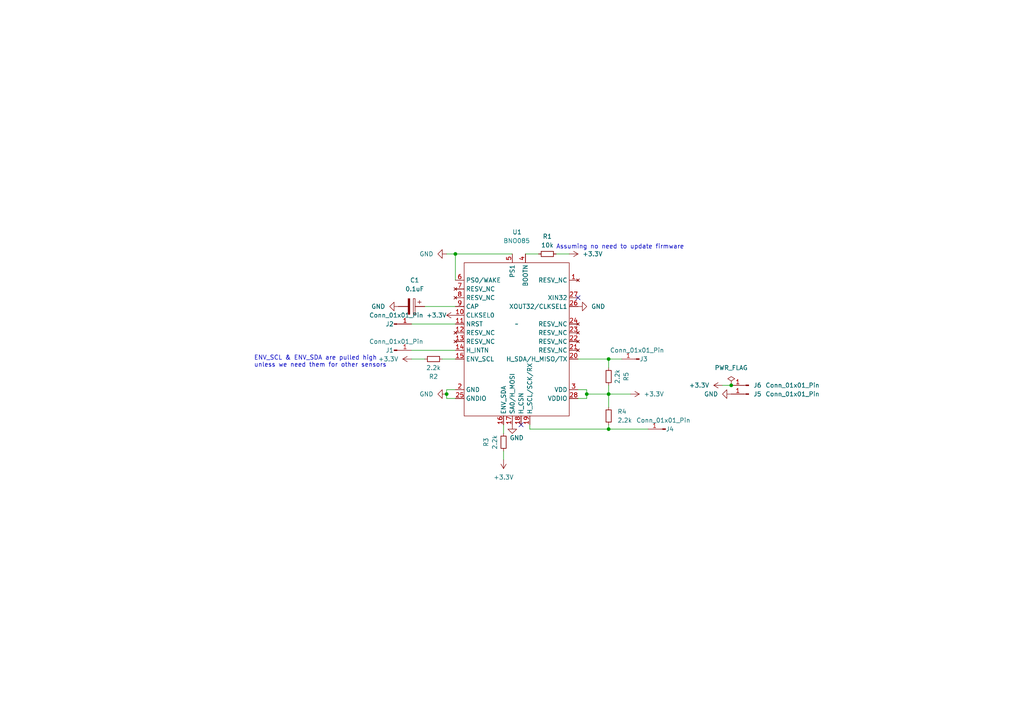
<source format=kicad_sch>
(kicad_sch (version 20230121) (generator eeschema)
  (paper "A4")
  (lib_symbols
    (symbol "BNO08x:BNO085"
      (property "Reference" "U" (at 0 26.67 0))
      (symbol "BNO085_0_1"
        (rectangle (start -15.24 17.78) (end 15.24 -26.67))
      )
      (symbol "BNO085_1_1"
        (text "BNO085" (at 0 24.13 0) (effects (font (size 1.27 1.27))))
        (pin no_connect line (at 17.78 12.7 180) (length 2.54) (name "RESV_NC") (number "1"))
        (pin input line (at -17.78 2.54 0) (length 2.54) (name "CLKSEL0") (number "10"))
        (pin input line (at -17.78 0 0) (length 2.54) (name "NRST") (number "11"))
        (pin no_connect line (at -17.78 -2.54 0) (length 2.54) (name "RESV_NC") (number "12"))
        (pin no_connect line (at -17.78 -5.08 0) (length 2.54) (name "RESV_NC") (number "13"))
        (pin output line (at -17.78 -7.62 0) (length 2.54) (name "H_INTN") (number "14"))
        (pin bidirectional line (at -17.78 -10.16 0) (length 2.54) (name "ENV_SCL") (number "15"))
        (pin bidirectional line (at -3.81 -29.21 90) (length 2.54) (name "ENV_SDA") (number "16"))
        (pin input line (at -1.27 -29.21 90) (length 2.54) (name "SA0/H_MOSI") (number "17"))
        (pin input line (at 1.27 -29.21 90) (length 2.54) (name "H_CSN") (number "18"))
        (pin bidirectional line (at 3.81 -29.21 90) (length 2.54) (name "H_SCL/SCK/RX") (number "19"))
        (pin input line (at -17.78 -19.05 0) (length 2.54) (name "GND") (number "2"))
        (pin bidirectional line (at 17.78 -10.16 180) (length 2.54) (name "H_SDA/H_MISO/TX") (number "20"))
        (pin no_connect line (at 17.78 -7.62 180) (length 2.54) (name "RESV_NC") (number "21"))
        (pin no_connect line (at 17.78 -5.08 180) (length 2.54) (name "RESV_NC") (number "22"))
        (pin no_connect line (at 17.78 -2.54 180) (length 2.54) (name "RESV_NC") (number "23"))
        (pin no_connect line (at 17.78 0 180) (length 2.54) (name "RESV_NC") (number "24"))
        (pin input line (at -17.78 -21.59 0) (length 2.54) (name "GNDIO") (number "25"))
        (pin input line (at 17.78 5.08 180) (length 2.54) (name "XOUT32/CLKSEL1") (number "26"))
        (pin input line (at 17.78 7.62 180) (length 2.54) (name "XIN32") (number "27"))
        (pin power_in line (at 17.78 -21.59 180) (length 2.54) (name "VDDIO") (number "28"))
        (pin power_in line (at 17.78 -19.05 180) (length 2.54) (name "VDD") (number "3"))
        (pin input line (at 2.54 20.32 270) (length 2.54) (name "BOOTN") (number "4"))
        (pin input line (at -1.27 20.32 270) (length 2.54) (name "PS1") (number "5"))
        (pin input line (at -17.78 12.7 0) (length 2.54) (name "PS0/WAKE") (number "6"))
        (pin no_connect line (at -17.78 10.16 0) (length 2.54) (name "RESV_NC") (number "7"))
        (pin no_connect line (at -17.78 7.62 0) (length 2.54) (name "RESV_NC") (number "8"))
        (pin input line (at -17.78 5.08 0) (length 2.54) (name "CAP") (number "9"))
      )
    )
    (symbol "Connector:Conn_01x01_Pin" (pin_names (offset 1.016) hide)
      (property "Reference" "J" (at 0 2.54 0))
      (property "Value" "Conn_01x01_Pin" (at 0 -2.54 0))
      (symbol "Conn_01x01_Pin_1_1"
        (polyline (pts (xy 1.27 0) (xy 0.8636 0)) (stroke (width 0.1524)))
        (rectangle (start 0.8636 0.127) (end 0 -0.127) (stroke (width 0.1524)) (fill (type outline)))
        (pin passive line (at 5.08 0 180) (length 3.81) (name "Pin_1") (number "1"))
      )
    )
    (symbol "Device:C_Polarized" (pin_numbers hide) (pin_names (offset 0.254))
      (property "Reference" "C" (at 0.635 2.54 0))
      (property "Value" "C_Polarized" (at 0.635 -2.54 0))
      (symbol "C_Polarized_0_1"
        (rectangle (start -2.286 0.508) (end 2.286 1.016))
        (polyline (pts (xy -1.778 2.286) (xy -0.762 2.286)))
        (polyline (pts (xy -1.27 2.794) (xy -1.27 1.778)))
        (rectangle (start 2.286 -0.508) (end -2.286 -1.016) (fill (type outline)))
      )
      (symbol "C_Polarized_1_1"
        (pin passive line (at 0 3.81 270) (length 2.794) (name "~") (number "1"))
        (pin passive line (at 0 -3.81 90) (length 2.794) (name "~") (number "2"))
      )
    )
    (symbol "Device:R_Small" (pin_numbers hide) (pin_names (offset 0.254) hide)
      (property "Reference" "R" (at 0.762 0.508 0))
      (property "Value" "R_Small" (at 0.762 -1.016 0))
      (symbol "R_Small_0_1"
        (rectangle (start -0.762 1.778) (end 0.762 -1.778) (stroke (width 0.2032)))
      )
      (symbol "R_Small_1_1"
        (pin passive line (at 0 2.54 270) (length 0.762) (name "~") (number "1"))
        (pin passive line (at 0 -2.54 90) (length 0.762) (name "~") (number "2"))
      )
    )
    (symbol "power:+3.3V" (power) (pin_names (offset 0))
      (property "Value" "+3.3V" (at 0 3.556 0))
      (symbol "+3.3V_0_1"
        (polyline (pts (xy -0.762 1.27) (xy 0 2.54)))
        (polyline (pts (xy 0 0) (xy 0 2.54)))
        (polyline (pts (xy 0 2.54) (xy 0.762 1.27)))
      )
      (symbol "+3.3V_1_1"
        (pin power_in line (at 0 0 90) (length 0) hide (name "+3.3V") (number "1"))
      )
    )
    (symbol "power:GND" (power) (pin_names (offset 0))
      (property "Value" "GND" (at 0 -3.81 0))
      (symbol "GND_0_1"
        (polyline (pts (xy 0 0) (xy 0 -1.27) (xy 1.27 -1.27) (xy 0 -2.54) (xy -1.27 -1.27) (xy 0 -1.27)))
      )
      (symbol "GND_1_1"
        (pin power_in line (at 0 0 270) (length 0) hide (name "GND") (number "1"))
      )
    )
    (symbol "power:PWR_FLAG" (power) (pin_numbers hide) (pin_names (offset 0) hide)
      (property "Value" "PWR_FLAG" (at 0 3.81 0))
      (symbol "PWR_FLAG_0_0"
        (pin power_out line (at 0 0 90) (length 0) (name "pwr") (number "1"))
      )
      (symbol "PWR_FLAG_0_1"
        (polyline (pts (xy 0 0) (xy 0 1.27) (xy -1.016 1.905) (xy 0 2.54) (xy 1.016 1.905) (xy 0 1.27)))
      )
    )
  )
  (junction (at 176.53 124.46))
  (junction (at 170.18 114.3))
  (junction (at 212.09 111.76))
  (junction (at 132.08 73.66))
  (junction (at 176.53 104.14))
  (junction (at 176.53 114.3))
  (junction (at 129.54 114.3))
  (no_connect (at 167.64 86.36))
  (no_connect (at 151.13 123.19))
  (wire (pts (xy 167.64 113.03) (xy 170.18 113.03)))
  (wire (pts (xy 132.08 115.57) (xy 129.54 115.57)))
  (wire (pts (xy 146.05 123.19) (xy 146.05 125.73)))
  (wire (pts (xy 176.53 104.14) (xy 180.34 104.14)))
  (wire (pts (xy 182.88 114.3) (xy 176.53 114.3)))
  (wire (pts (xy 176.53 124.46) (xy 187.96 124.46)))
  (wire (pts (xy 132.08 73.66) (xy 148.59 73.66)))
  (wire (pts (xy 176.53 123.19) (xy 176.53 124.46)))
  (wire (pts (xy 129.54 115.57) (xy 129.54 114.3)))
  (wire (pts (xy 161.29 73.66) (xy 165.1 73.66)))
  (wire (pts (xy 176.53 111.76) (xy 176.53 114.3)))
  (wire (pts (xy 119.38 104.14) (xy 123.19 104.14)))
  (wire (pts (xy 129.54 73.66) (xy 132.08 73.66)))
  (wire (pts (xy 153.67 123.19) (xy 153.67 124.46)))
  (wire (pts (xy 170.18 113.03) (xy 170.18 114.3)))
  (wire (pts (xy 176.53 104.14) (xy 176.53 106.68)))
  (wire (pts (xy 119.38 93.98) (xy 132.08 93.98)))
  (wire (pts (xy 209.55 111.76) (xy 212.09 111.76)))
  (wire (pts (xy 129.54 113.03) (xy 129.54 114.3)))
  (wire (pts (xy 123.19 88.9) (xy 132.08 88.9)))
  (wire (pts (xy 167.64 104.14) (xy 176.53 104.14)))
  (wire (pts (xy 132.08 113.03) (xy 129.54 113.03)))
  (wire (pts (xy 170.18 115.57) (xy 170.18 114.3)))
  (wire (pts (xy 153.67 124.46) (xy 176.53 124.46)))
  (wire (pts (xy 128.27 104.14) (xy 132.08 104.14)))
  (wire (pts (xy 132.08 73.66) (xy 132.08 81.28)))
  (wire (pts (xy 146.05 130.81) (xy 146.05 133.35)))
  (wire (pts (xy 176.53 114.3) (xy 176.53 118.11)))
  (wire (pts (xy 176.53 114.3) (xy 170.18 114.3)))
  (wire (pts (xy 167.64 115.57) (xy 170.18 115.57)))
  (wire (pts (xy 119.38 101.6) (xy 132.08 101.6)))
  (wire (pts (xy 152.4 73.66) (xy 156.21 73.66)))
  (text "Assuming no need to update firmware" (at 161.29 72.39 0) (effects (font (size 1.27 1.27)) (justify left bottom)))
  (text "ENV_SCL & ENV_SDA are pulled high \nunless we need them for other sensors" (at 73.66 106.68 0) (effects (font (size 1.27 1.27)) (justify left bottom)))
  (symbol (lib_id "Device:C_Polarized") (at 119.38 88.9 270) (unit 1)
    (property "Reference" "C1" (at 120.269 81.28 90))
    (property "Value" "0.1uF" (at 120.269 83.82 90))
    (property "Footprint" "Capacitor_SMD:C_0402_1005Metric" (effects hide))
  )
  (symbol (lib_id "power:PWR_FLAG") (at 212.09 111.76 0) (unit 1)
    (property "Reference" "#FLG01" (effects hide))
    (property "Value" "PWR_FLAG" (at 212.09 106.68 0))
  )
  (symbol (lib_id "Connector:Conn_01x01_Pin") (at 185.42 104.14 180) (unit 1)
    (property "Reference" "J3" (at 186.69 104.14 0))
    (property "Value" "Conn_01x01_Pin" (at 184.785 101.6 0))
    (property "Footprint" "Connector_PinHeader_2.54mm:PinHeader_1x01_P2.54mm_Vertical" (effects hide))
  )
  (symbol (lib_id "power:GND") (at 129.54 114.3 270) (unit 1)
    (property "Reference" "#PWR02" (effects hide))
    (property "Value" "GND" (at 125.73 114.3 90) (effects (justify right)))
  )
  (symbol (lib_id "Device:R_Small") (at 158.75 73.66 90) (unit 1)
    (property "Reference" "R1" (at 158.75 68.58 90))
    (property "Value" "10k" (at 158.75 71.12 90))
    (property "Footprint" "Resistor_SMD:R_0402_1005Metric" (effects hide))
  )
  (symbol (lib_id "Device:R_Small") (at 125.73 104.14 90) (unit 1)
    (property "Reference" "R2" (at 125.73 109.22 90))
    (property "Value" "2.2k" (at 125.73 106.68 90))
    (property "Footprint" "Resistor_SMD:R_0402_1005Metric" (effects hide))
  )
  (symbol (lib_id "power:GND") (at 148.59 123.19 0) (unit 1)
    (property "Reference" "#PWR011" (effects hide))
    (property "Value" "GND" (at 149.86 127 0))
  )
  (symbol (lib_id "Connector:Conn_01x01_Pin") (at 193.04 124.46 180) (unit 1)
    (property "Reference" "J4" (at 194.31 124.46 0))
    (property "Value" "Conn_01x01_Pin" (at 192.405 121.92 0))
    (property "Footprint" "Connector_PinHeader_2.54mm:PinHeader_1x01_P2.54mm_Vertical" (effects hide))
  )
  (symbol (lib_id "power:+3.3V") (at 146.05 133.35 180) (unit 1)
    (property "Reference" "#PWR09" (effects hide))
    (property "Value" "+3.3V" (at 146.05 138.43 0))
  )
  (symbol (lib_id "power:GND") (at 212.09 114.3 270) (unit 1)
    (property "Reference" "#PWR010" (effects hide))
    (property "Value" "GND" (at 208.28 114.3 90) (effects (justify right)))
  )
  (symbol (lib_id "Device:R_Small") (at 176.53 120.65 0) (unit 1)
    (property "Reference" "R4" (at 179.07 119.38 0) (effects (justify left)))
    (property "Value" "2.2k" (at 179.07 121.92 0) (effects (justify left)))
    (property "Footprint" "Resistor_SMD:R_0402_1005Metric" (effects hide))
  )
  (symbol (lib_id "BNO08x:BNO085") (at 149.86 93.98 0) (unit 1)
    (property "Reference" "U1" (at 148.59 67.31 0) (effects (justify left)))
    (property "Value" "~" (at 149.86 93.98 0))
    (property "Footprint" "Package_LGA:LGA-28_5.2x3.8mm_P0.5mm" (effects hide))
  )
  (symbol (lib_id "Connector:Conn_01x01_Pin") (at 114.3 93.98 0) (unit 1)
    (property "Reference" "J2" (at 113.03 93.98 0))
    (property "Value" "Conn_01x01_Pin" (at 114.935 91.44 0))
    (property "Footprint" "Connector_PinHeader_2.54mm:PinHeader_1x01_P2.54mm_Vertical" (effects hide))
  )
  (symbol (lib_id "power:GND") (at 167.64 88.9 90) (unit 1)
    (property "Reference" "#PWR04" (effects hide))
    (property "Value" "GND" (at 171.45 88.9 90) (effects (justify right)))
  )
  (symbol (lib_id "Device:R_Small") (at 176.53 109.22 0) (unit 1)
    (property "Reference" "R5" (at 181.61 109.22 90))
    (property "Value" "2.2k" (at 179.07 109.22 90))
    (property "Footprint" "Resistor_SMD:R_0402_1005Metric" (effects hide))
  )
  (symbol (lib_id "power:+3.3V") (at 119.38 104.14 90) (unit 1)
    (property "Reference" "#PWR08" (effects hide))
    (property "Value" "+3.3V" (at 115.57 104.14 90) (effects (justify left)))
  )
  (symbol (lib_id "Connector:Conn_01x01_Pin") (at 217.17 114.3 180) (unit 1)
    (property "Reference" "J5" (at 219.71 114.3 0))
    (property "Value" "Conn_01x01_Pin" (at 229.87 114.3 0))
    (property "Footprint" "Connector_PinHeader_2.54mm:PinHeader_1x01_P2.54mm_Vertical" (effects hide))
  )
  (symbol (lib_id "power:+3.3V") (at 165.1 73.66 270) (unit 1)
    (property "Reference" "#PWR07" (effects hide))
    (property "Value" "+3.3V" (at 168.91 73.66 90) (effects (justify left)))
  )
  (symbol (lib_id "power:+3.3V") (at 182.88 114.3 270) (unit 1)
    (property "Reference" "#PWR01" (effects hide))
    (property "Value" "+3.3V" (at 186.69 114.3 90) (effects (justify left)))
  )
  (symbol (lib_id "power:+3.3V") (at 132.08 91.44 90) (unit 1)
    (property "Reference" "#PWR03" (effects hide))
    (property "Value" "+3.3V" (at 129.54 91.44 90) (effects (justify left)))
  )
  (symbol (lib_id "Connector:Conn_01x01_Pin") (at 114.3 101.6 0) (unit 1)
    (property "Reference" "J1" (at 113.03 101.6 0))
    (property "Value" "Conn_01x01_Pin" (at 114.935 99.06 0))
    (property "Footprint" "Connector_PinHeader_2.54mm:PinHeader_1x01_P2.54mm_Vertical" (effects hide))
  )
  (symbol (lib_id "power:+3.3V") (at 209.55 111.76 90) (unit 1)
    (property "Reference" "#PWR012" (effects hide))
    (property "Value" "+3.3V" (at 205.74 111.76 90) (effects (justify left)))
  )
  (symbol (lib_id "power:GND") (at 115.57 88.9 270) (unit 1)
    (property "Reference" "#PWR05" (effects hide))
    (property "Value" "GND" (at 111.76 88.9 90) (effects (justify right)))
  )
  (symbol (lib_id "Device:R_Small") (at 146.05 128.27 0) (unit 1)
    (property "Reference" "R3" (at 140.97 128.27 90))
    (property "Value" "2.2k" (at 143.51 128.27 90))
    (property "Footprint" "Resistor_SMD:R_0402_1005Metric" (effects hide))
  )
  (symbol (lib_id "Connector:Conn_01x01_Pin") (at 217.17 111.76 180) (unit 1)
    (property "Reference" "J6" (at 219.71 111.76 0))
    (property "Value" "Conn_01x01_Pin" (at 229.87 111.76 0))
    (property "Footprint" "Connector_PinHeader_2.54mm:PinHeader_1x01_P2.54mm_Vertical" (effects hide))
  )
  (symbol (lib_id "power:GND") (at 129.54 73.66 270) (unit 1)
    (property "Reference" "#PWR06" (effects hide))
    (property "Value" "GND" (at 125.73 73.66 90) (effects (justify right)))
  )
)
</source>
